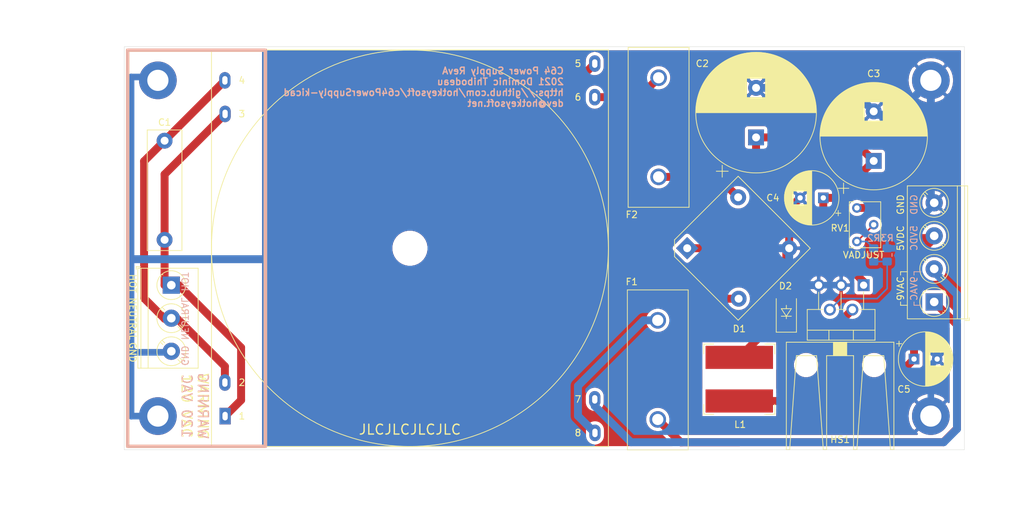
<source format=kicad_pcb>
(kicad_pcb (version 20211014) (generator pcbnew)
  (title_block (title "C64 Power Supply") (date "2021-06-20") (rev "A"))
  (layers (0 "F.Cu" signal) (31 "B.Cu" signal) (34 "B.Paste" user) (35 "F.Paste" user) (36 "B.SilkS" user "B.Silkscreen") (37 "F.SilkS" user "F.Silkscreen") (38 "B.Mask" user) (39 "F.Mask" user) (44 "Edge.Cuts" user))
  (net 0 "")
  (net 1 "/NEUTRAL")
  (net 2 "/HOT")
  (net 3 "GND")
  (net 4 "Net-(F1-Pad2)")
  (net 5 "Net-(F2-Pad2)")
  (net 6 "Net-(D1-Pad4)")
  (net 7 "/VUNREG")
  (net 8 "VCC")
  (net 9 "/VADJ")
  (net 10 "/REG-OUT")
  (net 11 "Net-(D1-Pad2)")
  (net 12 "/9VAC+")
  (net 13 "/9VAC-")
  (net 14 "Net-(R2-Pad1)")
  (footprint "DTLib:Transformer_L01_60x60" (layer "F.Cu") (at 111.76 96.52 90)
    (fp_text reference "TR1" hide)
    (fp_text value "2x115V to 2x9V")
    (fp_text user "6" (at 22.86 25.4 180) (layer "F.SilkS"))
    (fp_text user "8" (at -27.94 25.4 180) (layer "F.SilkS"))
    (fp_text user "1" (at -25.4 -25.4 180) (layer "F.SilkS"))
    (fp_text user "4" (at 25.4 -25.4 180) (layer "F.SilkS"))
    (fp_text user "5" (at 27.94 25.4 180) (layer "F.SilkS"))
    (fp_text user "2" (at -20.32 -25.4 180) (layer "F.SilkS"))
    (fp_text user "3" (at 20.32 -25.4 180) (layer "F.SilkS"))
    (fp_text user "7" (at -22.86 25.4 180) (layer "F.SilkS"))
    (pad "" np_thru_hole circle locked (at 0 0 90) (size 4.3 4.3) (drill 4.3) (layers *.Cu *.Mask))
    (pad "1" thru_hole rect locked (at -25.4 -27.94 90) (size 2.5 1.7) (drill oval 1.3 0.8) (layers *.Cu *.Mask) (net 2 "/HOT"))
    (pad "2" thru_hole oval locked (at -20.32 -27.97 90) (size 2.5 1.7) (drill oval 1.3 0.8) (layers *.Cu *.Mask) (net 1 "/NEUTRAL"))
    (pad "3" thru_hole oval locked (at 20.32 -27.94 90) (size 2.5 1.7) (drill oval 1.3 0.8) (layers *.Cu *.Mask) (net 2 "/HOT"))
    (pad "4" thru_hole oval locked (at 25.4 -27.97 90) (size 2.5 1.7) (drill oval 1.3 0.8) (layers *.Cu *.Mask) (net 1 "/NEUTRAL"))
    (pad "5" thru_hole oval locked (at 27.94 27.94 90) (size 2.5 1.7) (drill oval 1.3 0.8) (layers *.Cu *.Mask) (net 11 "Net-(D1-Pad2)"))
    (pad "6" thru_hole oval locked (at 22.86 27.94 90) (size 2.5 1.7) (drill oval 1.3 0.8) (layers *.Cu *.Mask) (net 5 "Net-(F2-Pad2)"))
    (pad "7" thru_hole oval locked (at -22.86 27.94 90) (size 2.5 1.7) (drill oval 1.3 0.8) (layers *.Cu *.Mask) (net 13 "/9VAC-"))
    (pad "8" thru_hole oval locked (at -27.94 27.97 90) (size 2.5 1.7) (drill oval 1.3 0.8) (layers *.Cu *.Mask) (net 4 "Net-(F1-Pad2)"))
  )
  (footprint "TerminalBlock_Phoenix:TerminalBlock_Phoenix_PT-1,5-3-5.0-H_1x03_P5.00mm_Horizontal" (layer "F.Cu") (at 75.692 102.108 -90)
    (fp_text reference "J1" hide)
    (fp_text value "120V IN")
    (pad "1" thru_hole rect locked (at 0 0 270) (size 2.6 2.6) (drill 1.3) (layers *.Cu *.Mask) (net 2 "/HOT"))
    (pad "2" thru_hole circle locked (at 5 0 270) (size 2.6 2.6) (drill 1.3) (layers *.Cu *.Mask) (net 1 "/NEUTRAL"))
    (pad "3" thru_hole circle locked (at 10 0 270) (size 2.6 2.6) (drill 1.3) (layers *.Cu *.Mask) (net 3 "GND"))
  )
  (footprint "DTLib:Fuse_PTF-76" (layer "F.Cu") (at 149.225 122.428 90)
    (fp_text reference "F1" (at 20.828 -3.937 180) (layer "F.SilkS"))
    (fp_text value "1.5A")
    (pad "1" thru_hole circle locked (at 0 0 90) (size 2.5 2.5) (drill 1.7) (layers *.Cu *.Mask) (net 12 "/9VAC+"))
    (pad "2" thru_hole circle locked (at 15 0 90) (size 2.5 2.5) (drill 1.7) (layers *.Cu *.Mask) (net 4 "Net-(F1-Pad2)"))
  )
  (footprint "TerminalBlock_Phoenix:TerminalBlock_Phoenix_PT-1,5-4-5.0-H_1x04_P5.00mm_Horizontal" (layer "F.Cu") (at 191.008 104.648 90)
    (fp_text reference "J2" hide)
    (fp_text value "OUT")
    (pad "1" thru_hole rect locked (at 0 0 90) (size 2.6 2.6) (drill 1.3) (layers *.Cu *.Mask) (net 12 "/9VAC+"))
    (pad "2" thru_hole circle locked (at 5 0 90) (size 2.6 2.6) (drill 1.3) (layers *.Cu *.Mask) (net 13 "/9VAC-"))
    (pad "3" thru_hole circle locked (at 10 0 90) (size 2.6 2.6) (drill 1.3) (layers *.Cu *.Mask) (net 8 "VCC"))
    (pad "4" thru_hole circle locked (at 15 0 90) (size 2.6 2.6) (drill 1.3) (layers *.Cu *.Mask) (net 3 "GND"))
  )
  (footprint "Capacitor_THT:CP_Radial_D18.0mm_P7.50mm" (layer "F.Cu") (at 164.084 79.756 90)
    (fp_text reference "C2" (at 11.176 -8.128 180) (layer "F.SilkS"))
    (fp_text value "2200μF")
    (pad "1" thru_hole rect locked (at 0 0 90) (size 2.4 2.4) (drill 1.2) (layers *.Cu *.Mask) (net 7 "/VUNREG"))
    (pad "2" thru_hole circle locked (at 7.5 0 90) (size 2.4 2.4) (drill 1.2) (layers *.Cu *.Mask) (net 3 "GND"))
  )
  (footprint "Capacitor_THT:CP_Radial_D16.0mm_P7.50mm" (layer "F.Cu") (at 181.864 83.312 90)
    (fp_text reference "C3" (at 13.208 0 180) (layer "F.SilkS"))
    (fp_text value "1000μF")
    (pad "1" thru_hole rect locked (at 0 0 90) (size 2.4 2.4) (drill 1.2) (layers *.Cu *.Mask) (net 7 "/VUNREG"))
    (pad "2" thru_hole circle locked (at 7.5 0 90) (size 2.4 2.4) (drill 1.2) (layers *.Cu *.Mask) (net 3 "GND"))
  )
  (footprint "Capacitor_THT:CP_Radial_D8.0mm_P3.50mm" (layer "F.Cu") (at 174.244 88.9 180)
    (fp_text reference "C4" (at 7.62 0) (layer "F.SilkS"))
    (fp_text value "100μF")
    (pad "1" thru_hole rect locked (at 0 0 180) (size 1.6 1.6) (drill 0.8) (layers *.Cu *.Mask) (net 7 "/VUNREG"))
    (pad "2" thru_hole circle locked (at 3.5 0 180) (size 1.6 1.6) (drill 0.8) (layers *.Cu *.Mask) (net 3 "GND"))
  )
  (footprint "Package_TO_SOT_THT:TO-220-5_P3.4x3.7mm_StaggerOdd_Lead3.8mm_Vertical" (layer "F.Cu") (at 180.34 102.108 180)
    (fp_text reference "U1" (at 3.4 -9.32) (layer "F.SilkS"))
    (fp_text value "LM2596T-ADJ")
    (pad "1" thru_hole rect locked (at 0 0 180) (size 1.8 1.8) (drill 1.1) (layers *.Cu *.Mask) (net 7 "/VUNREG"))
    (pad "2" thru_hole oval locked (at 1.7 -3.7 180) (size 1.8 1.8) (drill 1.1) (layers *.Cu *.Mask) (net 10 "/REG-OUT"))
    (pad "3" thru_hole oval locked (at 3.4 0 180) (size 1.8 1.8) (drill 1.1) (layers *.Cu *.Mask) (net 3 "GND"))
    (pad "4" thru_hole oval locked (at 5.1 -3.7 180) (size 1.8 1.8) (drill 1.1) (layers *.Cu *.Mask) (net 9 "/VADJ"))
    (pad "5" thru_hole oval locked (at 6.8 0 180) (size 1.8 1.8) (drill 1.1) (layers *.Cu *.Mask) (net 3 "GND"))
  )
  (footprint "DTLib:DO-214AC" (layer "F.Cu") (at 168.656 106.172 90)
    (fp_text reference "D2" (at 3.937 -0.127 180) (layer "F.SilkS"))
    (fp_text value "SK33A-TP")
    (pad "1" smd rect locked (at -2.032 0 90) (size 1.778 2.159) (layers "F.Cu" "F.Paste" "F.Mask") (net 10 "/REG-OUT"))
    (pad "2" smd rect locked (at 2.032 0 90) (size 1.778 2.159) (layers "F.Cu" "F.Paste" "F.Mask") (net 3 "GND"))
  )
  (footprint "Capacitor_THT:CP_Radial_D8.0mm_P3.50mm" (layer "F.Cu") (at 187.96 113.284)
    (fp_text reference "C5" (at -1.524 4.572) (layer "F.SilkS"))
    (fp_text value "220μF")
    (pad "1" thru_hole rect locked (at 0 0) (size 1.6 1.6) (drill 0.8) (layers *.Cu *.Mask) (net 8 "VCC"))
    (pad "2" thru_hole circle locked (at 3.5 0) (size 1.6 1.6) (drill 0.8) (layers *.Cu *.Mask) (net 3 "GND"))
  )
  (footprint "DTLib:L_Bourns-SRN1060" (layer "F.Cu") (at 161.544 116.332 -90)
    (fp_text reference "L1" (at 6.858 -0.127 180) (layer "F.SilkS"))
    (fp_text value "33μH")
    (pad "1" smd rect locked (at -3.3 0 270) (size 3.5 10.2) (layers "F.Cu" "F.Paste" "F.Mask") (net 10 "/REG-OUT"))
    (pad "2" smd rect locked (at 3.3 0 270) (size 3.5 10.2) (layers "F.Cu" "F.Paste" "F.Mask") (net 8 "VCC"))
  )
  (footprint "Diode_THT:Diode_Bridge_15.1x15.1x6.3mm_P10.9mm" (layer "F.Cu") (at 153.67 96.52 45)
    (fp_text reference "D1" (at -3.053287 14.188805 180) (layer "F.SilkS"))
    (fp_text value "KBPC610")
    (pad "1" thru_hole rect locked (at 0 0 225) (size 2.4 2.4) (drill 1.2) (layers *.Cu *.Mask) (net 7 "/VUNREG"))
    (pad "2" thru_hole circle locked (at 0.1 10.9 225) (size 2.4 2.4) (drill 1.2) (layers *.Cu *.Mask) (net 11 "Net-(D1-Pad2)"))
    (pad "3" thru_hole circle locked (at 10.9 10.9 225) (size 2.4 2.4) (drill 1.2) (layers *.Cu *.Mask) (net 3 "GND"))
    (pad "4" thru_hole circle locked (at 10.9 0 225) (size 2.4 2.4) (drill 1.2) (layers *.Cu *.Mask) (net 6 "Net-(D1-Pad4)"))
  )
  (footprint "DTLib:Fuse_PTF-76" (layer "F.Cu") (at 149.352 85.725 90)
    (fp_text reference "F2" (at -5.715 -4.064 180) (layer "F.SilkS"))
    (fp_text value "1.5A")
    (pad "1" thru_hole circle locked (at 0 0 90) (size 2.5 2.5) (drill 1.7) (layers *.Cu *.Mask) (net 6 "Net-(D1-Pad4)"))
    (pad "2" thru_hole circle locked (at 15 0 90) (size 2.5 2.5) (drill 1.7) (layers *.Cu *.Mask) (net 5 "Net-(F2-Pad2)"))
  )
  (footprint "MountingHole:MountingHole_3.2mm_M3_ISO7380_Pad" (layer "F.Cu") (at 73.66 71.12)
    (fp_text reference "H1" hide)
    (fp_text value "M3")
    (pad "1" thru_hole circle locked (at 0 0) (size 5.7 5.7) (drill 3.2) (layers *.Cu *.Mask) (net 3 "GND"))
  )
  (footprint "MountingHole:MountingHole_3.2mm_M3_ISO7380_Pad" (layer "F.Cu") (at 190.5 71.12)
    (fp_text reference "H2" hide)
    (fp_text value "M3")
    (pad "1" thru_hole circle locked (at 0 0) (size 5.7 5.7) (drill 3.2) (layers *.Cu *.Mask) (net 3 "GND"))
  )
  (footprint "MountingHole:MountingHole_3.2mm_M3_ISO7380_Pad" (layer "F.Cu") (at 190.5 121.92)
    (fp_text reference "H3" hide)
    (fp_text value "M3")
    (pad "1" thru_hole circle locked (at 0 0) (size 5.7 5.7) (drill 3.2) (layers *.Cu *.Mask) (net 3 "GND"))
  )
  (footprint "MountingHole:MountingHole_3.2mm_M3_ISO7380_Pad" (layer "F.Cu") (at 73.66 121.92)
    (fp_text reference "H4" hide)
    (fp_text value "M3")
    (pad "1" thru_hole circle locked (at 0 0) (size 5.7 5.7) (drill 3.2) (layers *.Cu *.Mask) (net 3 "GND"))
  )
  (footprint "DTLib:AAVID581002B02500G" (layer "F.Cu") (at 176.784 110.744 180)
    (fp_text reference "HS1" (at 0 -14.732) (layer "F.SilkS"))
    (fp_text value "Heatsink")
    (pad "" np_thru_hole circle locked (at -5.1435 -3.4544 180) (size 2.667 2.667) (drill 2.667) (layers *.Cu *.Mask))
    (pad "" np_thru_hole circle locked (at 5.1435 -3.4544 180) (size 2.667 2.667) (drill 2.667) (layers *.Cu *.Mask))
  )
  (footprint "Capacitor_THT:C_Rect_L18.0mm_W5.0mm_P15.00mm_FKS3_FKP3" (layer "F.Cu") (at 74.676 95.25 90)
    (fp_text reference "C1" (at 17.78 0 180) (layer "F.SilkS"))
    (fp_text value "0.047uF")
    (pad "1" thru_hole circle locked (at 0 0 90) (size 2.4 2.4) (drill 1.2) (layers *.Cu *.Mask) (net 2 "/HOT"))
    (pad "2" thru_hole circle locked (at 15 0 90) (size 2.4 2.4) (drill 1.2) (layers *.Cu *.Mask) (net 1 "/NEUTRAL"))
  )
  (footprint "Potentiometer_THT:Potentiometer_Bourns_3266W_Vertical" (layer "F.Cu") (at 179.324 90.424 90)
    (fp_text reference "RV1" (at -3.048 -2.54 180) (layer "F.SilkS"))
    (fp_text value "2K")
    (pad "1" thru_hole circle locked (at 0 0 90) (size 1.44 1.44) (drill 0.8) (layers *.Cu *.Mask) (net 8 "VCC"))
    (pad "2" thru_hole circle locked (at -2.54 2.54 90) (size 1.44 1.44) (drill 0.8) (layers *.Cu *.Mask) (net 14 "Net-(R2-Pad1)"))
    (pad "3" thru_hole circle locked (at -5.08 0 90) (size 1.44 1.44) (drill 0.8) (layers *.Cu *.Mask) (net 14 "Net-(R2-Pad1)"))
  )
  (footprint "Resistor_SMD:R_0805_2012Metric_Pad1.20x1.40mm_HandSolder" (layer "B.Cu") (at 183.896 97.536 90)
    (fp_text reference "R3" (at 2.54 0) (layer "B.SilkS") (effects (justify mirror)))
    (fp_text value "1K")
    (pad "1" smd roundrect locked (at -1 0 90) (size 1.2 1.4) (layers "B.Cu" "B.Paste" "B.Mask") (roundrect_rratio 0.2083325) (net 9 "/VADJ"))
    (pad "2" smd roundrect locked (at 1 0 90) (size 1.2 1.4) (layers "B.Cu" "B.Paste" "B.Mask") (roundrect_rratio 0.2083325) (net 3 "GND"))
  )
  (footprint "Resistor_SMD:R_0805_2012Metric_Pad1.20x1.40mm_HandSolder" (layer "B.Cu") (at 181.864 97.536 -90)
    (fp_text reference "R2" (at -2.54 0) (layer "B.SilkS") (effects (justify mirror)))
    (fp_text value "1K8")
    (pad "1" smd roundrect locked (at -1 0 270) (size 1.2 1.4) (layers "B.Cu" "B.Paste" "B.Mask") (roundrect_rratio 0.2083325) (net 14 "Net-(R2-Pad1)"))
    (pad "2" smd roundrect locked (at 1 0 270) (size 1.2 1.4) (layers "B.Cu" "B.Paste" "B.Mask") (roundrect_rratio 0.2083325) (net 9 "/VADJ"))
  )
  (gr_line (start 89.916 126.492) (end 89.916 66.548) (layer "B.SilkS") (width 0.508))
  (gr_line (start 89.916 66.548) (end 69.088 66.548) (layer "B.SilkS") (width 0.508))
  (gr_line (start 69.088 66.548) (end 69.088 126.492) (layer "B.SilkS") (width 0.508))
  (gr_line (start 69.088 126.492) (end 89.916 126.492) (layer "B.SilkS") (width 0.508))
  (gr_line (start 188.976 100.076) (end 187.96 100.076) (layer "B.SilkS") (width 0.12))
  (gr_line (start 187.96 104.648) (end 187.96 105.156) (layer "B.SilkS") (width 0.12))
  (gr_line (start 187.96 105.156) (end 188.976 105.156) (layer "B.SilkS") (width 0.12))
  (gr_line (start 187.96 100.076) (end 187.96 100.584) (layer "B.SilkS") (width 0.12))
  (gr_line (start 69.088 126.492) (end 69.088 66.548) (layer "F.SilkS") (width 0.508))
  (gr_line (start 185.928 104.648) (end 185.928 105.156) (layer "F.SilkS") (width 0.12))
  (gr_line (start 185.928 105.156) (end 186.944 105.156) (layer "F.SilkS") (width 0.12))
  (gr_line (start 185.928 100.584) (end 185.928 100.076) (layer "F.SilkS") (width 0.12))
  (gr_line (start 186.944 100.076) (end 185.928 100.076) (layer "F.SilkS") (width 0.12))
  (gr_line (start 89.916 66.548) (end 89.916 126.492) (layer "F.SilkS") (width 0.508))
  (gr_line (start 69.088 66.548) (end 89.916 66.548) (layer "F.SilkS") (width 0.508))
  (gr_line (start 89.916 126.492) (end 69.088 126.492) (layer "F.SilkS") (width 0.508))
  (gr_line (start 68.58 127) (end 68.58 66.04) (layer "Edge.Cuts") (width 0.05))
  (gr_line (start 195.58 66.04) (end 195.58 127) (layer "Edge.Cuts") (width 0.05))
  (gr_line (start 195.58 127) (end 68.58 127) (layer "Edge.Cuts") (width 0.05))
  (gr_line (start 68.58 66.04) (end 195.58 66.04) (layer "Edge.Cuts") (width 0.05))
  (gr_text "5VDC" (at 187.96 94.996 90) (layer "B.SilkS") (effects (font (size 1 1)) (justify mirror)))
  (gr_text "GND" (at 187.96 89.916 90) (layer "B.SilkS") (effects (font (size 1 1)) (justify mirror)))
  (gr_text "9VAC" (at 187.96 102.616 90) (layer "B.SilkS") (effects (font (size 1 1)) (justify mirror)))
  (gr_text "GND" (at 77.724 112.776 270) (layer "B.SilkS") (effects (font (size 1 1)) (justify mirror)))
  (gr_text "NEUTRAL" (at 77.724 107.188 270) (layer "B.SilkS") (effects (font (size 1 1)) (justify mirror)))
  (gr_text "HOT" (at 77.724 101.6 270) (layer "B.SilkS") (effects (font (size 1 1)) (justify mirror)))
  (gr_text "WARNING\n120 VAC" (at 79.248 120.396 270) (layer "B.SilkS") (effects (font (size 1.524 1.524) (thickness 0.2032)) (justify mirror)))
  (gr_text "C64 Power Supply RevA\n2021 Dominic Thibodeau\nhttps://github.com/hotkeysoft/c64PowerSupply-kicad\ndev@hotkeysoft.net" (at 135.128 72.136) (layer "B.SilkS") (effects (font (size 1.016 1.016) (thickness 0.2032)) (justify left mirror)))
  (gr_text "WARNING\n120 VAC" (at 79.248 120.396 270) (layer "F.SilkS") (effects (font (size 1.524 1.524) (thickness 0.2032))))
  (gr_text "5VDC" (at 185.928 94.996 90) (layer "F.SilkS") (effects (font (size 1 1))))
  (gr_text "HOT" (at 69.85 101.854 270) (layer "F.SilkS") (effects (font (size 1 1))))
  (gr_text "GND" (at 69.85 112.268 270) (layer "F.SilkS") (effects (font (size 1 1))))
  (gr_text "VADJUST" (at 180.34 97.536) (layer "F.SilkS") (effects (font (size 1 1))))
  (gr_text "GND" (at 185.928 89.916 90) (layer "F.SilkS") (effects (font (size 1 1))))
  (gr_text "9VAC" (at 185.928 102.616 90) (layer "F.SilkS") (effects (font (size 1 1))))
  (gr_text "NEUTRAL" (at 69.85 107.188 270) (layer "F.SilkS") (effects (font (size 1 1))))
  (gr_text "JLCJLCJLCJLC" (at 111.76 123.952) (layer "F.SilkS") (effects (font (size 1.5 1.5) (thickness 0.2))))
  (segment (start 83.79 114.39) (end 76.588 107.188) (width 1.2) (layer "F.Cu") (net 1))
  (segment (start 76.588 107.188) (end 74.676 107.188) (width 1.2) (layer "F.Cu") (net 1))
  (segment (start 83.79 116.84) (end 83.79 114.39) (width 1.2) (layer "F.Cu") (net 1))
  (segment (start 71.575999 104.087999) (end 71.575999 83.350001) (width 1.2) (layer "F.Cu") (net 1))
  (segment (start 83.79 71.136) (end 83.79 71.12) (width 1.2) (layer "F.Cu") (net 1))
  (segment (start 74.676 107.188) (end 71.575999 104.087999) (width 1.2) (layer "F.Cu") (net 1))
  (segment (start 71.575999 83.350001) (end 74.676 80.25) (width 1.2) (layer "F.Cu") (net 1))
  (segment (start 74.676 80.25) (end 83.79 71.136) (width 1.2) (layer "F.Cu") (net 1))
  (segment (start 74.676 85.344) (end 83.82 76.2) (width 1.2) (layer "F.Cu") (net 2))
  (segment (start 74.676 95.25) (end 74.676 85.344) (width 1.2) (layer "F.Cu") (net 2))
  (segment (start 76.79732 102.108) (end 86.24001 111.55069) (width 1.2) (layer "F.Cu") (net 2))
  (segment (start 86.24001 119.49999) (end 83.82 121.92) (width 1.2) (layer "F.Cu") (net 2))
  (segment (start 74.676 95.25) (end 74.676 102.108) (width 1.2) (layer "F.Cu") (net 2))
  (segment (start 74.676 102.108) (end 76.79732 102.108) (width 1.2) (layer "F.Cu") (net 2))
  (segment (start 86.24001 111.55069) (end 86.24001 119.49999) (width 1.2) (layer "F.Cu") (net 2))
  (segment (start 168.656 96.948928) (end 169.084928 96.52) (width 1.2) (layer "F.Cu") (net 3))
  (segment (start 169.084928 90.559072) (end 170.744 88.9) (width 1.2) (layer "F.Cu") (net 3))
  (segment (start 168.656 104.14) (end 168.656 96.948928) (width 1.2) (layer "F.Cu") (net 3))
  (segment (start 169.084928 96.52) (end 169.084928 90.559072) (width 1.2) (layer "F.Cu") (net 3))
  (segment (start 169.084928 96.52) (end 169.084928 102.028928) (width 1.2) (layer "B.Cu") (net 3))
  (segment (start 164.592 72.256) (end 178.308 72.256) (width 1.2) (layer "B.Cu") (net 3))
  (segment (start 74.676 120.904) (end 73.66 121.92) (width 1) (layer "B.Cu") (net 3))
  (segment (start 190.5 114.244) (end 191.46 113.284) (width 1) (layer "B.Cu") (net 3))
  (segment (start 187.85136 93.07264) (end 187.85136 96.12064) (width 1) (layer "B.Cu") (net 3))
  (segment (start 69.629492 121.92) (end 69.60501 121.895518) (width 1) (layer "B.Cu") (net 3))
  (segment (start 183.896 96.536) (end 187.436 96.536) (width 1) (layer "B.Cu") (net 3))
  (segment (start 73.66 121.92) (end 69.629492 121.92) (width 1) (layer "B.Cu") (net 3))
  (segment (start 169.084928 108.632928) (end 169.173866 108.54399) (width 1.2) (layer "B.Cu") (net 3))
  (segment (start 185.3 76.32) (end 190.5 71.12) (width 1.2) (layer "B.Cu") (net 3))
  (segment (start 157.576131 99.770001) (end 110.347999 99.770001) (width 1.2) (layer "B.Cu") (net 3))
  (segment (start 73.152 70.612) (end 73.66 71.12) (width 1) (layer "B.Cu") (net 3))
  (segment (start 169.084928 96.52) (end 160.826132 96.52) (width 1.2) (layer "B.Cu") (net 3))
  (segment (start 187.436 96.536) (end 187.85136 96.12064) (width 1) (layer "B.Cu") (net 3))
  (segment (start 178.308 72.256) (end 182.372 76.32) (width 1.2) (layer "B.Cu") (net 3))
  (segment (start 187.85136 96.12064) (end 187.85136 108.54399) (width 1) (layer "B.Cu") (net 3))
  (segment (start 70.104 112.268) (end 69.60501 111.76901) (width 1) (layer "B.Cu") (net 3))
  (segment (start 191.46 113.284) (end 191.46 112.15263) (width 1) (layer "B.Cu") (net 3))
  (segment (start 182.372 76.32) (end 185.3 76.32) (width 1.2) (layer "B.Cu") (net 3))
  (segment (start 69.60501 111.76901) (end 69.60501 70.612) (width 1) (layer "B.Cu") (net 3))
  (segment (start 169.173866 108.54399) (end 187.85136 108.54399) (width 1.2) (layer "B.Cu") (net 3))
  (segment (start 110.199999 99.770001) (end 108.612988 98.18299) (width 1.2) (layer "B.Cu") (net 3))
  (segment (start 69.60501 70.612) (end 73.152 70.612) (width 1) (layer "B.Cu") (net 3))
  (segment (start 110.347999 99.770001) (end 110.199999 99.770001) (width 1.2) (layer "B.Cu") (net 3))
  (segment (start 69.85301 98.18299) (end 69.70501 98.03499) (width 1.2) (layer "B.Cu") (net 3))
  (segment (start 173.54 102.108) (end 176.94 102.108) (width 1) (layer "B.Cu") (net 3))
  (segment (start 124.818934 99.717066) (end 157.629066 99.717066) (width 1) (layer "B.Cu") (net 3))
  (segment (start 191.46 112.15263) (end 187.85136 108.54399) (width 1) (layer "B.Cu") (net 3))
  (segment (start 173.54 102.108) (end 169.164 102.108) (width 1.2) (layer "B.Cu") (net 3))
  (segment (start 74.676 112.268) (end 70.104 112.268) (width 1) (layer "B.Cu") (net 3))
  (segment (start 157.629066 99.717066) (end 157.576131 99.770001) (width 1.2) (layer "B.Cu") (net 3))
  (segment (start 190.5 121.92) (end 190.5 114.244) (width 1) (layer "B.Cu") (net 3))
  (segment (start 69.60501 121.895518) (end 69.60501 111.76901) (width 1) (layer "B.Cu") (net 3))
  (segment (start 169.164 102.108) (end 169.084928 102.028928) (width 1.2) (layer "B.Cu") (net 3))
  (segment (start 190.5 71.12) (end 190.5 89.408) (width 1.2) (layer "B.Cu") (net 3))
  (segment (start 110.347999 99.770001) (end 110.295064 99.717066) (width 1.2) (layer "B.Cu") (net 3))
  (segment (start 108.612988 98.18299) (end 69.85301 98.18299) (width 1.2) (layer "B.Cu") (net 3))
  (segment (start 190.5 89.408) (end 191.008 89.916) (width 1.2) (layer "B.Cu") (net 3))
  (segment (start 169.084928 102.028928) (end 169.084928 108.632928) (width 1.2) (layer "B.Cu") (net 3))
  (segment (start 191.008 89.916) (end 187.85136 93.07264) (width 1) (layer "B.Cu") (net 3))
  (segment (start 160.826132 96.52) (end 157.629066 99.717066) (width 1.2) (layer "B.Cu") (net 3))
  (segment (start 147.08 107.428) (end 149.225 107.428) (width 1.2) (layer "B.Cu") (net 4))
  (segment (start 137.16 117.348) (end 147.08 107.428) (width 1.2) (layer "B.Cu") (net 4))
  (segment (start 139.73 124.46) (end 137.16 121.89) (width 1.2) (layer "B.Cu") (net 4))
  (segment (start 137.16 121.89) (end 137.16 117.348) (width 1.2) (layer "B.Cu") (net 4))
  (segment (start 146.417 73.66) (end 149.352 70.725) (width 1.2) (layer "F.Cu") (net 5))
  (segment (start 139.7 73.66) (end 146.417 73.66) (width 1.2) (layer "F.Cu") (net 5))
  (segment (start 158.289928 85.725) (end 161.377464 88.812536) (width 1.2) (layer "F.Cu") (net 6))
  (segment (start 149.352 85.725) (end 158.289928 85.725) (width 1.2) (layer "F.Cu") (net 6))
  (segment (start 164.084 79.756) (end 164.084 91.44) (width 1.2) (layer "F.Cu") (net 7))
  (segment (start 153.67 96.52) (end 159.004 96.52) (width 1.2) (layer "F.Cu") (net 7))
  (segment (start 164.084 79.756) (end 178.308 79.756) (width 1.2) (layer "F.Cu") (net 7))
  (segment (start 176.276 88.9) (end 181.864 83.312) (width 1.2) (layer "F.Cu") (net 7))
  (segment (start 174.244 88.9) (end 176.276 88.9) (width 1.2) (layer "F.Cu") (net 7))
  (segment (start 174.244 95.504) (end 180.34 101.6) (width 1.2) (layer "F.Cu") (net 7))
  (segment (start 174.244 88.9) (end 174.244 95.504) (width 1.2) (layer "F.Cu") (net 7))
  (segment (start 180.34 101.6) (end 180.34 102.108) (width 1.2) (layer "F.Cu") (net 7))
  (segment (start 159.004 96.52) (end 164.084 91.44) (width 1.2) (layer "F.Cu") (net 7))
  (segment (start 178.308 79.756) (end 181.864 83.312) (width 1.2) (layer "F.Cu") (net 7))
  (segment (start 182.017602 90.424) (end 186.589602 94.996) (width 1.2) (layer "F.Cu") (net 8))
  (segment (start 179.324 90.424) (end 182.017602 90.424) (width 1.2) (layer "F.Cu") (net 8))
  (segment (start 186.589602 94.996) (end 191.008 94.996) (width 1.2) (layer "F.Cu") (net 8))
  (segment (start 188.468 94.996) (end 191.008 94.996) (width 1.2) (layer "F.Cu") (net 8))
  (segment (start 161.544 119.632) (end 181.612 119.632) (width 1.2) (layer "F.Cu") (net 8))
  (segment (start 187.96 98.044) (end 191.008 94.996) (width 1.2) (layer "F.Cu") (net 8))
  (segment (start 190.811999 94.799999) (end 191.008 94.996) (width 1) (layer "F.Cu") (net 8))
  (segment (start 187.96 113.284) (end 187.96 98.044) (width 1.2) (layer "F.Cu") (net 8))
  (segment (start 181.612 119.632) (end 187.96 113.284) (width 1.2) (layer "F.Cu") (net 8))
  (segment (start 179.324 90.424) (end 181.869602 90.424) (width 1) (layer "F.Cu") (net 8))
  (segment (start 175.24 105.808) (end 176.908 104.14) (width 0.25) (layer "B.Cu") (net 9))
  (segment (start 175.58 105.808) (end 175.24 105.808) (width 0.25) (layer "B.Cu") (net 9))
  (segment (start 176.908 104.14) (end 182.372 104.14) (width 0.25) (layer "B.Cu") (net 9))
  (segment (start 182.372 104.14) (end 183.896 102.616) (width 0.25) (layer "B.Cu") (net 9))
  (segment (start 183.896 102.616) (end 183.896 98.536) (width 0.25) (layer "B.Cu") (net 9))
  (segment (start 183.896 98.536) (end 181.864 98.536) (width 0.25) (layer "B.Cu") (net 9))
  (segment (start 175.24 105.808) (end 175.497002 105.808) (width 0.25) (layer "B.Cu") (net 9))
  (segment (start 178.64 105.808) (end 176.244 108.204) (width 1.2) (layer "F.Cu") (net 10))
  (segment (start 168.656 108.204) (end 166.372 108.204) (width 1.2) (layer "F.Cu") (net 10))
  (segment (start 176.244 108.204) (end 168.656 108.204) (width 1.2) (layer "F.Cu") (net 10))
  (segment (start 166.372 108.204) (end 161.544 113.032) (width 1.2) (layer "F.Cu") (net 10))
  (segment (start 137.16 86.36) (end 154.956753 104.156753) (width 1.2) (layer "F.Cu") (net 11))
  (segment (start 139.7 68.58) (end 137.16 71.12) (width 1.2) (layer "F.Cu") (net 11))
  (segment (start 137.16 71.12) (end 137.16 86.36) (width 1.2) (layer "F.Cu") (net 11))
  (segment (start 154.956753 104.156753) (end 161.448175 104.156753) (width 1.2) (layer "F.Cu") (net 11))
  (segment (start 194.450001 123.811999) (end 192.391999 125.870001) (width 1.2) (layer "F.Cu") (net 12))
  (segment (start 194.450001 108.090001) (end 194.450001 123.811999) (width 1.2) (layer "F.Cu") (net 12))
  (segment (start 152.67199 125.87499) (end 152.89899 125.87499) (width 1.2) (layer "F.Cu") (net 12))
  (segment (start 191.008 104.648) (end 194.450001 108.090001) (width 1.2) (layer "F.Cu") (net 12))
  (segment (start 152.667001 125.870001) (end 192.391999 125.870001) (width 1.2) (layer "F.Cu") (net 12))
  (segment (start 149.225 122.428) (end 152.67199 125.87499) (width 1.2) (layer "F.Cu") (net 12))
  (segment (start 149.225 122.428) (end 152.667001 125.870001) (width 1.2) (layer "F.Cu") (net 12))
  (segment (start 149.225 122.428) (end 149.352 122.428) (width 1) (layer "F.Cu") (net 12))
  (segment (start 152.89899 125.97499) (end 161.544 125.97499) (width 1) (layer "F.Cu") (net 12))
  (segment (start 194.450001 123.867) (end 194.450001 103.518001) (width 1.2) (layer "B.Cu") (net 13))
  (segment (start 145.174001 125.870001) (end 192.447 125.870001) (width 1.2) (layer "B.Cu") (net 13))
  (segment (start 194.450001 103.518001) (end 191.008 100.076) (width 1.2) (layer "B.Cu") (net 13))
  (segment (start 192.447 125.870001) (end 194.450001 123.867) (width 1.2) (layer "B.Cu") (net 13))
  (segment (start 139.7 119.38) (end 139.7 120.396) (width 1.2) (layer "B.Cu") (net 13))
  (segment (start 139.7 120.396) (end 145.174001 125.870001) (width 1.2) (layer "B.Cu") (net 13))
  (segment (start 181.864 92.964) (end 179.324 95.504) (width 0.25) (layer "F.Cu") (net 14))
  (segment (start 180.832 95.504) (end 181.864 96.536) (width 0.25) (layer "B.Cu") (net 14))
  (segment (start 179.324 95.504) (end 180.832 95.504) (width 0.25) (layer "B.Cu") (net 14))
  (zone (net 3) (net_name "GND") (layer "F.Cu") (connect_pads (clearance 0.508)) (min_thickness 0.254) (fill yes (thermal_gap 0.508) (thermal_bridge_width 0.508))
    (polygon (pts (xy 195.58 127) (xy 68.58 127) (xy 68.58 66.04) (xy 195.58 66.04)))
  )
  (zone (net 0) (net_name "") (layers F&B.Cu) (connect_pads (clearance 0)) (min_thickness 0.254)
    (keepout (tracks allowed) (vias allowed) (pads allowed) (copperpour not_allowed) (footprints allowed))
    (fill (thermal_gap 0.508) (thermal_bridge_width 0.508))
    (polygon (pts (xy 89.408 127) (xy 68.58 127) (xy 68.58 66.04) (xy 89.408 66.04)))
  )
  (zone (net 0) (net_name "") (layers F&B.Cu) (connect_pads (clearance 0)) (min_thickness 0.254)
    (keepout (tracks allowed) (vias allowed) (pads allowed) (copperpour not_allowed) (footprints allowed))
    (fill (thermal_gap 0.508) (thermal_bridge_width 0.508))
    (polygon (pts (xy 167.132 121.92) (xy 155.956 121.92) (xy 155.956 110.744) (xy 167.132 110.744)))
  )
  (zone (net 3) (net_name "GND") (layer "B.Cu") (connect_pads (clearance 0.508)) (min_thickness 0.254) (fill yes (thermal_gap 0.508) (thermal_bridge_width 0.508))
    (polygon (pts (xy 195.58 127) (xy 68.58 127) (xy 68.58 66.04) (xy 195.58 66.04)))
  )
)
</source>
